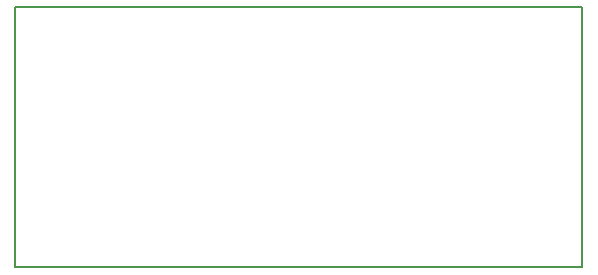
<source format=gbr>
%TF.GenerationSoftware,KiCad,Pcbnew,9.0.4*%
%TF.CreationDate,2025-11-18T22:29:26-03:00*%
%TF.ProjectId,FuzzFace,46757a7a-4661-4636-952e-6b696361645f,rev?*%
%TF.SameCoordinates,Original*%
%TF.FileFunction,Profile,NP*%
%FSLAX46Y46*%
G04 Gerber Fmt 4.6, Leading zero omitted, Abs format (unit mm)*
G04 Created by KiCad (PCBNEW 9.0.4) date 2025-11-18 22:29:26*
%MOMM*%
%LPD*%
G01*
G04 APERTURE LIST*
%TA.AperFunction,Profile*%
%ADD10C,0.200000*%
%TD*%
G04 APERTURE END LIST*
D10*
X83500000Y-75000000D02*
X131500000Y-75000000D01*
X131500000Y-97000000D01*
X83500000Y-97000000D01*
X83500000Y-75000000D01*
M02*

</source>
